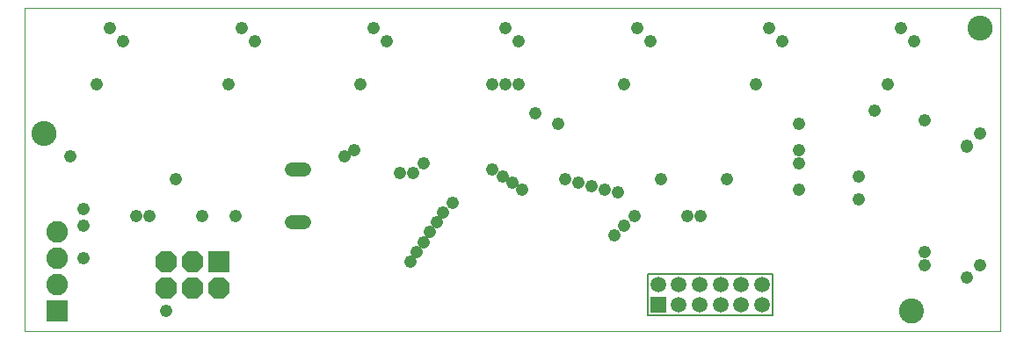
<source format=gbs>
G75*
%MOIN*%
%OFA0B0*%
%FSLAX24Y24*%
%IPPOS*%
%LPD*%
%AMOC8*
5,1,8,0,0,1.08239X$1,22.5*
%
%ADD10C,0.0000*%
%ADD11C,0.0946*%
%ADD12C,0.0520*%
%ADD13R,0.0820X0.0820*%
%ADD14C,0.0820*%
%ADD15OC8,0.0820*%
%ADD16R,0.0595X0.0595*%
%ADD17C,0.0595*%
%ADD18C,0.0050*%
%ADD19C,0.0476*%
D10*
X000100Y000100D02*
X000100Y012350D01*
X037100Y012350D01*
X037100Y000100D01*
X000100Y000100D01*
X000417Y007600D02*
X000419Y007641D01*
X000425Y007682D01*
X000435Y007722D01*
X000448Y007761D01*
X000465Y007798D01*
X000486Y007834D01*
X000510Y007868D01*
X000537Y007899D01*
X000566Y007927D01*
X000599Y007953D01*
X000633Y007975D01*
X000670Y007994D01*
X000708Y008009D01*
X000748Y008021D01*
X000788Y008029D01*
X000829Y008033D01*
X000871Y008033D01*
X000912Y008029D01*
X000952Y008021D01*
X000992Y008009D01*
X001030Y007994D01*
X001066Y007975D01*
X001101Y007953D01*
X001134Y007927D01*
X001163Y007899D01*
X001190Y007868D01*
X001214Y007834D01*
X001235Y007798D01*
X001252Y007761D01*
X001265Y007722D01*
X001275Y007682D01*
X001281Y007641D01*
X001283Y007600D01*
X001281Y007559D01*
X001275Y007518D01*
X001265Y007478D01*
X001252Y007439D01*
X001235Y007402D01*
X001214Y007366D01*
X001190Y007332D01*
X001163Y007301D01*
X001134Y007273D01*
X001101Y007247D01*
X001067Y007225D01*
X001030Y007206D01*
X000992Y007191D01*
X000952Y007179D01*
X000912Y007171D01*
X000871Y007167D01*
X000829Y007167D01*
X000788Y007171D01*
X000748Y007179D01*
X000708Y007191D01*
X000670Y007206D01*
X000634Y007225D01*
X000599Y007247D01*
X000566Y007273D01*
X000537Y007301D01*
X000510Y007332D01*
X000486Y007366D01*
X000465Y007402D01*
X000448Y007439D01*
X000435Y007478D01*
X000425Y007518D01*
X000419Y007559D01*
X000417Y007600D01*
X033292Y000850D02*
X033294Y000891D01*
X033300Y000932D01*
X033310Y000972D01*
X033323Y001011D01*
X033340Y001048D01*
X033361Y001084D01*
X033385Y001118D01*
X033412Y001149D01*
X033441Y001177D01*
X033474Y001203D01*
X033508Y001225D01*
X033545Y001244D01*
X033583Y001259D01*
X033623Y001271D01*
X033663Y001279D01*
X033704Y001283D01*
X033746Y001283D01*
X033787Y001279D01*
X033827Y001271D01*
X033867Y001259D01*
X033905Y001244D01*
X033941Y001225D01*
X033976Y001203D01*
X034009Y001177D01*
X034038Y001149D01*
X034065Y001118D01*
X034089Y001084D01*
X034110Y001048D01*
X034127Y001011D01*
X034140Y000972D01*
X034150Y000932D01*
X034156Y000891D01*
X034158Y000850D01*
X034156Y000809D01*
X034150Y000768D01*
X034140Y000728D01*
X034127Y000689D01*
X034110Y000652D01*
X034089Y000616D01*
X034065Y000582D01*
X034038Y000551D01*
X034009Y000523D01*
X033976Y000497D01*
X033942Y000475D01*
X033905Y000456D01*
X033867Y000441D01*
X033827Y000429D01*
X033787Y000421D01*
X033746Y000417D01*
X033704Y000417D01*
X033663Y000421D01*
X033623Y000429D01*
X033583Y000441D01*
X033545Y000456D01*
X033509Y000475D01*
X033474Y000497D01*
X033441Y000523D01*
X033412Y000551D01*
X033385Y000582D01*
X033361Y000616D01*
X033340Y000652D01*
X033323Y000689D01*
X033310Y000728D01*
X033300Y000768D01*
X033294Y000809D01*
X033292Y000850D01*
X035917Y011600D02*
X035919Y011641D01*
X035925Y011682D01*
X035935Y011722D01*
X035948Y011761D01*
X035965Y011798D01*
X035986Y011834D01*
X036010Y011868D01*
X036037Y011899D01*
X036066Y011927D01*
X036099Y011953D01*
X036133Y011975D01*
X036170Y011994D01*
X036208Y012009D01*
X036248Y012021D01*
X036288Y012029D01*
X036329Y012033D01*
X036371Y012033D01*
X036412Y012029D01*
X036452Y012021D01*
X036492Y012009D01*
X036530Y011994D01*
X036566Y011975D01*
X036601Y011953D01*
X036634Y011927D01*
X036663Y011899D01*
X036690Y011868D01*
X036714Y011834D01*
X036735Y011798D01*
X036752Y011761D01*
X036765Y011722D01*
X036775Y011682D01*
X036781Y011641D01*
X036783Y011600D01*
X036781Y011559D01*
X036775Y011518D01*
X036765Y011478D01*
X036752Y011439D01*
X036735Y011402D01*
X036714Y011366D01*
X036690Y011332D01*
X036663Y011301D01*
X036634Y011273D01*
X036601Y011247D01*
X036567Y011225D01*
X036530Y011206D01*
X036492Y011191D01*
X036452Y011179D01*
X036412Y011171D01*
X036371Y011167D01*
X036329Y011167D01*
X036288Y011171D01*
X036248Y011179D01*
X036208Y011191D01*
X036170Y011206D01*
X036134Y011225D01*
X036099Y011247D01*
X036066Y011273D01*
X036037Y011301D01*
X036010Y011332D01*
X035986Y011366D01*
X035965Y011402D01*
X035948Y011439D01*
X035935Y011478D01*
X035925Y011518D01*
X035919Y011559D01*
X035917Y011600D01*
D11*
X036350Y011600D03*
X033725Y000850D03*
X000850Y007600D03*
D12*
X010255Y006225D02*
X010695Y006225D01*
X010695Y004225D02*
X010255Y004225D01*
D13*
X007475Y002725D03*
X001350Y000850D03*
D14*
X001350Y001850D03*
X001350Y002850D03*
X001350Y003850D03*
D15*
X005475Y002725D03*
X006475Y002725D03*
X006475Y001725D03*
X005475Y001725D03*
X007475Y001725D03*
D16*
X024131Y001081D03*
D17*
X024919Y001081D03*
X025706Y001081D03*
X026494Y001081D03*
X027281Y001081D03*
X028069Y001081D03*
X028069Y001869D03*
X027281Y001869D03*
X026494Y001869D03*
X025706Y001869D03*
X024919Y001869D03*
X024131Y001869D03*
D18*
X023738Y002262D02*
X023738Y000688D01*
X028462Y000688D01*
X028462Y002262D01*
X023738Y002262D01*
D19*
X022475Y003725D03*
X022850Y004100D03*
X023225Y004475D03*
X025225Y004475D03*
X025725Y004475D03*
X022600Y005350D03*
X022100Y005475D03*
X021600Y005600D03*
X021100Y005725D03*
X020600Y005850D03*
X018975Y005475D03*
X018600Y005725D03*
X018225Y005975D03*
X017850Y006225D03*
X015225Y006475D03*
X014850Y006100D03*
X014350Y006100D03*
X012225Y006725D03*
X012600Y006975D03*
X016350Y004975D03*
X015975Y004600D03*
X015725Y004225D03*
X015475Y003850D03*
X015225Y003475D03*
X014975Y003100D03*
X014725Y002725D03*
X008100Y004475D03*
X006850Y004475D03*
X004850Y004475D03*
X004350Y004475D03*
X002350Y004725D03*
X002350Y004100D03*
X002350Y002850D03*
X005475Y000850D03*
X005850Y005850D03*
X001850Y006725D03*
X002850Y009475D03*
X003850Y011100D03*
X003350Y011600D03*
X008342Y011600D03*
X008834Y011100D03*
X013342Y011600D03*
X013834Y011100D03*
X018342Y011600D03*
X018850Y011100D03*
X023342Y011600D03*
X023350Y011600D03*
X023834Y011100D03*
X028350Y011600D03*
X028850Y011100D03*
X033342Y011600D03*
X033834Y011100D03*
X032850Y009475D03*
X032350Y008475D03*
X034225Y008100D03*
X036350Y007608D03*
X036350Y007600D03*
X035850Y007116D03*
X035850Y007100D03*
X031725Y005975D03*
X029475Y005475D03*
X031725Y005100D03*
X029475Y006475D03*
X029475Y006975D03*
X029475Y007975D03*
X027850Y009475D03*
X022850Y009475D03*
X019475Y008350D03*
X020350Y007975D03*
X018850Y009475D03*
X018350Y009475D03*
X017850Y009475D03*
X012850Y009475D03*
X007850Y009475D03*
X024225Y005850D03*
X026725Y005850D03*
X034225Y003100D03*
X034225Y002600D03*
X035850Y002116D03*
X036350Y002608D03*
M02*

</source>
